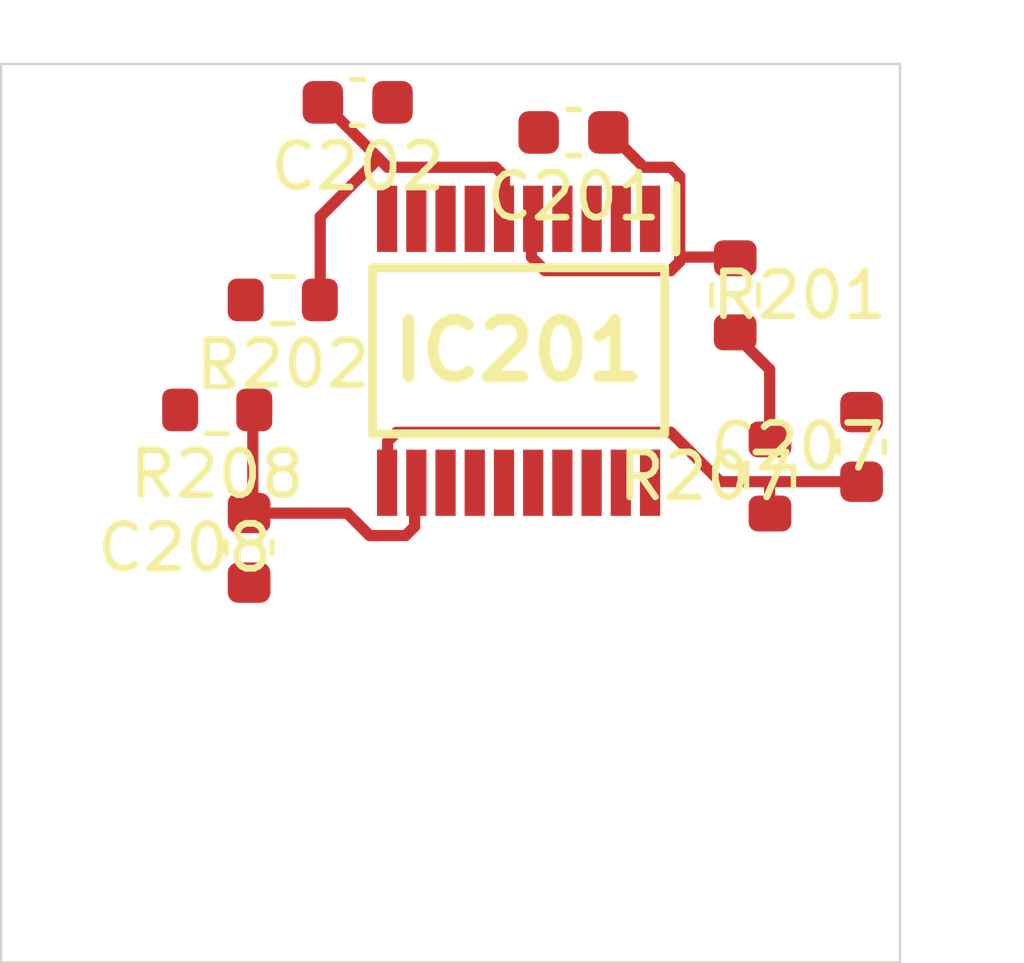
<source format=kicad_pcb>
 ( kicad_pcb  ( version 20171130 )
 ( host pcbnew 5.1.12-84ad8e8a86~92~ubuntu18.04.1 )
 ( general  ( thickness 1.6 )
 ( drawings 4 )
 ( tracks 0 )
 ( zones 0 )
 ( modules 9 )
 ( nets 19 )
)
 ( page A4 )
 ( layers  ( 0 F.Cu signal )
 ( 31 B.Cu signal )
 ( 32 B.Adhes user )
 ( 33 F.Adhes user )
 ( 34 B.Paste user )
 ( 35 F.Paste user )
 ( 36 B.SilkS user )
 ( 37 F.SilkS user )
 ( 38 B.Mask user )
 ( 39 F.Mask user )
 ( 40 Dwgs.User user )
 ( 41 Cmts.User user )
 ( 42 Eco1.User user )
 ( 43 Eco2.User user )
 ( 44 Edge.Cuts user )
 ( 45 Margin user )
 ( 46 B.CrtYd user )
 ( 47 F.CrtYd user )
 ( 48 B.Fab user )
 ( 49 F.Fab user )
)
 ( setup  ( last_trace_width 0.25 )
 ( trace_clearance 0.2 )
 ( zone_clearance 0.508 )
 ( zone_45_only no )
 ( trace_min 0.2 )
 ( via_size 0.8 )
 ( via_drill 0.4 )
 ( via_min_size 0.4 )
 ( via_min_drill 0.3 )
 ( uvia_size 0.3 )
 ( uvia_drill 0.1 )
 ( uvias_allowed no )
 ( uvia_min_size 0.2 )
 ( uvia_min_drill 0.1 )
 ( edge_width 0.05 )
 ( segment_width 0.2 )
 ( pcb_text_width 0.3 )
 ( pcb_text_size 1.5 1.5 )
 ( mod_edge_width 0.12 )
 ( mod_text_size 1 1 )
 ( mod_text_width 0.15 )
 ( pad_size 1.524 1.524 )
 ( pad_drill 0.762 )
 ( pad_to_mask_clearance 0 )
 ( aux_axis_origin 0 0 )
 ( visible_elements FFFFFF7F )
 ( pcbplotparams  ( layerselection 0x010fc_ffffffff )
 ( usegerberextensions false )
 ( usegerberattributes true )
 ( usegerberadvancedattributes true )
 ( creategerberjobfile true )
 ( excludeedgelayer true )
 ( linewidth 0.100000 )
 ( plotframeref false )
 ( viasonmask false )
 ( mode 1 )
 ( useauxorigin false )
 ( hpglpennumber 1 )
 ( hpglpenspeed 20 )
 ( hpglpendiameter 15.000000 )
 ( psnegative false )
 ( psa4output false )
 ( plotreference true )
 ( plotvalue true )
 ( plotinvisibletext false )
 ( padsonsilk false )
 ( subtractmaskfromsilk false )
 ( outputformat 1 )
 ( mirror false )
 ( drillshape 1 )
 ( scaleselection 1 )
 ( outputdirectory "" )
)
)
 ( net 0 "" )
 ( net 1 GND )
 ( net 2 /Sheet6235D886/ch0 )
 ( net 3 /Sheet6235D886/ch1 )
 ( net 4 /Sheet6235D886/ch2 )
 ( net 5 /Sheet6235D886/ch3 )
 ( net 6 /Sheet6235D886/ch4 )
 ( net 7 /Sheet6235D886/ch5 )
 ( net 8 /Sheet6235D886/ch6 )
 ( net 9 /Sheet6235D886/ch7 )
 ( net 10 VDD )
 ( net 11 VDDA )
 ( net 12 /Sheet6235D886/adc_csn )
 ( net 13 /Sheet6235D886/adc_sck )
 ( net 14 /Sheet6235D886/adc_sdi )
 ( net 15 /Sheet6235D886/adc_sdo )
 ( net 16 /Sheet6235D886/vp )
 ( net 17 /Sheet6248AD22/chn0 )
 ( net 18 /Sheet6248AD22/chn3 )
 ( net_class Default "This is the default net class."  ( clearance 0.2 )
 ( trace_width 0.25 )
 ( via_dia 0.8 )
 ( via_drill 0.4 )
 ( uvia_dia 0.3 )
 ( uvia_drill 0.1 )
 ( add_net /Sheet6235D886/adc_csn )
 ( add_net /Sheet6235D886/adc_sck )
 ( add_net /Sheet6235D886/adc_sdi )
 ( add_net /Sheet6235D886/adc_sdo )
 ( add_net /Sheet6235D886/ch0 )
 ( add_net /Sheet6235D886/ch1 )
 ( add_net /Sheet6235D886/ch2 )
 ( add_net /Sheet6235D886/ch3 )
 ( add_net /Sheet6235D886/ch4 )
 ( add_net /Sheet6235D886/ch5 )
 ( add_net /Sheet6235D886/ch6 )
 ( add_net /Sheet6235D886/ch7 )
 ( add_net /Sheet6235D886/vp )
 ( add_net /Sheet6248AD22/chn0 )
 ( add_net /Sheet6248AD22/chn3 )
 ( add_net GND )
 ( add_net VDD )
 ( add_net VDDA )
)
 ( module Capacitor_SMD:C_0603_1608Metric  ( layer F.Cu )
 ( tedit 5F68FEEE )
 ( tstamp 6234222D )
 ( at 92.735346 101.524821 180.000000 )
 ( descr "Capacitor SMD 0603 (1608 Metric), square (rectangular) end terminal, IPC_7351 nominal, (Body size source: IPC-SM-782 page 76, https://www.pcb-3d.com/wordpress/wp-content/uploads/ipc-sm-782a_amendment_1_and_2.pdf), generated with kicad-footprint-generator" )
 ( tags capacitor )
 ( path /6235D887/623691C5 )
 ( attr smd )
 ( fp_text reference C201  ( at 0 -1.43 )
 ( layer F.SilkS )
 ( effects  ( font  ( size 1 1 )
 ( thickness 0.15 )
)
)
)
 ( fp_text value 0.1uF  ( at 0 1.43 )
 ( layer F.Fab )
 ( effects  ( font  ( size 1 1 )
 ( thickness 0.15 )
)
)
)
 ( fp_line  ( start -0.8 0.4 )
 ( end -0.8 -0.4 )
 ( layer F.Fab )
 ( width 0.1 )
)
 ( fp_line  ( start -0.8 -0.4 )
 ( end 0.8 -0.4 )
 ( layer F.Fab )
 ( width 0.1 )
)
 ( fp_line  ( start 0.8 -0.4 )
 ( end 0.8 0.4 )
 ( layer F.Fab )
 ( width 0.1 )
)
 ( fp_line  ( start 0.8 0.4 )
 ( end -0.8 0.4 )
 ( layer F.Fab )
 ( width 0.1 )
)
 ( fp_line  ( start -0.14058 -0.51 )
 ( end 0.14058 -0.51 )
 ( layer F.SilkS )
 ( width 0.12 )
)
 ( fp_line  ( start -0.14058 0.51 )
 ( end 0.14058 0.51 )
 ( layer F.SilkS )
 ( width 0.12 )
)
 ( fp_line  ( start -1.48 0.73 )
 ( end -1.48 -0.73 )
 ( layer F.CrtYd )
 ( width 0.05 )
)
 ( fp_line  ( start -1.48 -0.73 )
 ( end 1.48 -0.73 )
 ( layer F.CrtYd )
 ( width 0.05 )
)
 ( fp_line  ( start 1.48 -0.73 )
 ( end 1.48 0.73 )
 ( layer F.CrtYd )
 ( width 0.05 )
)
 ( fp_line  ( start 1.48 0.73 )
 ( end -1.48 0.73 )
 ( layer F.CrtYd )
 ( width 0.05 )
)
 ( fp_text user %R  ( at 0 0 )
 ( layer F.Fab )
 ( effects  ( font  ( size 0.4 0.4 )
 ( thickness 0.06 )
)
)
)
 ( pad 2 smd roundrect  ( at 0.775 0 180.000000 )
 ( size 0.9 0.95 )
 ( layers F.Cu F.Mask F.Paste )
 ( roundrect_rratio 0.25 )
 ( net 1 GND )
)
 ( pad 1 smd roundrect  ( at -0.775 0 180.000000 )
 ( size 0.9 0.95 )
 ( layers F.Cu F.Mask F.Paste )
 ( roundrect_rratio 0.25 )
 ( net 2 /Sheet6235D886/ch0 )
)
 ( model ${KISYS3DMOD}/Capacitor_SMD.3dshapes/C_0603_1608Metric.wrl  ( at  ( xyz 0 0 0 )
)
 ( scale  ( xyz 1 1 1 )
)
 ( rotate  ( xyz 0 0 0 )
)
)
)
 ( module Capacitor_SMD:C_0603_1608Metric  ( layer F.Cu )
 ( tedit 5F68FEEE )
 ( tstamp 6234223E )
 ( at 87.933521 100.855000 180.000000 )
 ( descr "Capacitor SMD 0603 (1608 Metric), square (rectangular) end terminal, IPC_7351 nominal, (Body size source: IPC-SM-782 page 76, https://www.pcb-3d.com/wordpress/wp-content/uploads/ipc-sm-782a_amendment_1_and_2.pdf), generated with kicad-footprint-generator" )
 ( tags capacitor )
 ( path /6235D887/62369EE0 )
 ( attr smd )
 ( fp_text reference C202  ( at 0 -1.43 )
 ( layer F.SilkS )
 ( effects  ( font  ( size 1 1 )
 ( thickness 0.15 )
)
)
)
 ( fp_text value 0.1uF  ( at 0 1.43 )
 ( layer F.Fab )
 ( effects  ( font  ( size 1 1 )
 ( thickness 0.15 )
)
)
)
 ( fp_line  ( start 1.48 0.73 )
 ( end -1.48 0.73 )
 ( layer F.CrtYd )
 ( width 0.05 )
)
 ( fp_line  ( start 1.48 -0.73 )
 ( end 1.48 0.73 )
 ( layer F.CrtYd )
 ( width 0.05 )
)
 ( fp_line  ( start -1.48 -0.73 )
 ( end 1.48 -0.73 )
 ( layer F.CrtYd )
 ( width 0.05 )
)
 ( fp_line  ( start -1.48 0.73 )
 ( end -1.48 -0.73 )
 ( layer F.CrtYd )
 ( width 0.05 )
)
 ( fp_line  ( start -0.14058 0.51 )
 ( end 0.14058 0.51 )
 ( layer F.SilkS )
 ( width 0.12 )
)
 ( fp_line  ( start -0.14058 -0.51 )
 ( end 0.14058 -0.51 )
 ( layer F.SilkS )
 ( width 0.12 )
)
 ( fp_line  ( start 0.8 0.4 )
 ( end -0.8 0.4 )
 ( layer F.Fab )
 ( width 0.1 )
)
 ( fp_line  ( start 0.8 -0.4 )
 ( end 0.8 0.4 )
 ( layer F.Fab )
 ( width 0.1 )
)
 ( fp_line  ( start -0.8 -0.4 )
 ( end 0.8 -0.4 )
 ( layer F.Fab )
 ( width 0.1 )
)
 ( fp_line  ( start -0.8 0.4 )
 ( end -0.8 -0.4 )
 ( layer F.Fab )
 ( width 0.1 )
)
 ( fp_text user %R  ( at 0 0 )
 ( layer F.Fab )
 ( effects  ( font  ( size 0.4 0.4 )
 ( thickness 0.06 )
)
)
)
 ( pad 1 smd roundrect  ( at -0.775 0 180.000000 )
 ( size 0.9 0.95 )
 ( layers F.Cu F.Mask F.Paste )
 ( roundrect_rratio 0.25 )
 ( net 1 GND )
)
 ( pad 2 smd roundrect  ( at 0.775 0 180.000000 )
 ( size 0.9 0.95 )
 ( layers F.Cu F.Mask F.Paste )
 ( roundrect_rratio 0.25 )
 ( net 3 /Sheet6235D886/ch1 )
)
 ( model ${KISYS3DMOD}/Capacitor_SMD.3dshapes/C_0603_1608Metric.wrl  ( at  ( xyz 0 0 0 )
)
 ( scale  ( xyz 1 1 1 )
)
 ( rotate  ( xyz 0 0 0 )
)
)
)
 ( module Capacitor_SMD:C_0603_1608Metric  ( layer F.Cu )
 ( tedit 5F68FEEE )
 ( tstamp 62342293 )
 ( at 99.145000 108.526040 90.000000 )
 ( descr "Capacitor SMD 0603 (1608 Metric), square (rectangular) end terminal, IPC_7351 nominal, (Body size source: IPC-SM-782 page 76, https://www.pcb-3d.com/wordpress/wp-content/uploads/ipc-sm-782a_amendment_1_and_2.pdf), generated with kicad-footprint-generator" )
 ( tags capacitor )
 ( path /6235D887/6238B3FE )
 ( attr smd )
 ( fp_text reference C207  ( at 0 -1.43 )
 ( layer F.SilkS )
 ( effects  ( font  ( size 1 1 )
 ( thickness 0.15 )
)
)
)
 ( fp_text value 0.1uF  ( at 0 1.43 )
 ( layer F.Fab )
 ( effects  ( font  ( size 1 1 )
 ( thickness 0.15 )
)
)
)
 ( fp_line  ( start -0.8 0.4 )
 ( end -0.8 -0.4 )
 ( layer F.Fab )
 ( width 0.1 )
)
 ( fp_line  ( start -0.8 -0.4 )
 ( end 0.8 -0.4 )
 ( layer F.Fab )
 ( width 0.1 )
)
 ( fp_line  ( start 0.8 -0.4 )
 ( end 0.8 0.4 )
 ( layer F.Fab )
 ( width 0.1 )
)
 ( fp_line  ( start 0.8 0.4 )
 ( end -0.8 0.4 )
 ( layer F.Fab )
 ( width 0.1 )
)
 ( fp_line  ( start -0.14058 -0.51 )
 ( end 0.14058 -0.51 )
 ( layer F.SilkS )
 ( width 0.12 )
)
 ( fp_line  ( start -0.14058 0.51 )
 ( end 0.14058 0.51 )
 ( layer F.SilkS )
 ( width 0.12 )
)
 ( fp_line  ( start -1.48 0.73 )
 ( end -1.48 -0.73 )
 ( layer F.CrtYd )
 ( width 0.05 )
)
 ( fp_line  ( start -1.48 -0.73 )
 ( end 1.48 -0.73 )
 ( layer F.CrtYd )
 ( width 0.05 )
)
 ( fp_line  ( start 1.48 -0.73 )
 ( end 1.48 0.73 )
 ( layer F.CrtYd )
 ( width 0.05 )
)
 ( fp_line  ( start 1.48 0.73 )
 ( end -1.48 0.73 )
 ( layer F.CrtYd )
 ( width 0.05 )
)
 ( fp_text user %R  ( at 0 0 )
 ( layer F.Fab )
 ( effects  ( font  ( size 0.4 0.4 )
 ( thickness 0.06 )
)
)
)
 ( pad 2 smd roundrect  ( at 0.775 0 90.000000 )
 ( size 0.9 0.95 )
 ( layers F.Cu F.Mask F.Paste )
 ( roundrect_rratio 0.25 )
 ( net 1 GND )
)
 ( pad 1 smd roundrect  ( at -0.775 0 90.000000 )
 ( size 0.9 0.95 )
 ( layers F.Cu F.Mask F.Paste )
 ( roundrect_rratio 0.25 )
 ( net 8 /Sheet6235D886/ch6 )
)
 ( model ${KISYS3DMOD}/Capacitor_SMD.3dshapes/C_0603_1608Metric.wrl  ( at  ( xyz 0 0 0 )
)
 ( scale  ( xyz 1 1 1 )
)
 ( rotate  ( xyz 0 0 0 )
)
)
)
 ( module Capacitor_SMD:C_0603_1608Metric  ( layer F.Cu )
 ( tedit 5F68FEEE )
 ( tstamp 623422A4 )
 ( at 85.516975 110.772342 90.000000 )
 ( descr "Capacitor SMD 0603 (1608 Metric), square (rectangular) end terminal, IPC_7351 nominal, (Body size source: IPC-SM-782 page 76, https://www.pcb-3d.com/wordpress/wp-content/uploads/ipc-sm-782a_amendment_1_and_2.pdf), generated with kicad-footprint-generator" )
 ( tags capacitor )
 ( path /6235D887/6238B404 )
 ( attr smd )
 ( fp_text reference C208  ( at 0 -1.43 )
 ( layer F.SilkS )
 ( effects  ( font  ( size 1 1 )
 ( thickness 0.15 )
)
)
)
 ( fp_text value 0.1uF  ( at 0 1.43 )
 ( layer F.Fab )
 ( effects  ( font  ( size 1 1 )
 ( thickness 0.15 )
)
)
)
 ( fp_line  ( start 1.48 0.73 )
 ( end -1.48 0.73 )
 ( layer F.CrtYd )
 ( width 0.05 )
)
 ( fp_line  ( start 1.48 -0.73 )
 ( end 1.48 0.73 )
 ( layer F.CrtYd )
 ( width 0.05 )
)
 ( fp_line  ( start -1.48 -0.73 )
 ( end 1.48 -0.73 )
 ( layer F.CrtYd )
 ( width 0.05 )
)
 ( fp_line  ( start -1.48 0.73 )
 ( end -1.48 -0.73 )
 ( layer F.CrtYd )
 ( width 0.05 )
)
 ( fp_line  ( start -0.14058 0.51 )
 ( end 0.14058 0.51 )
 ( layer F.SilkS )
 ( width 0.12 )
)
 ( fp_line  ( start -0.14058 -0.51 )
 ( end 0.14058 -0.51 )
 ( layer F.SilkS )
 ( width 0.12 )
)
 ( fp_line  ( start 0.8 0.4 )
 ( end -0.8 0.4 )
 ( layer F.Fab )
 ( width 0.1 )
)
 ( fp_line  ( start 0.8 -0.4 )
 ( end 0.8 0.4 )
 ( layer F.Fab )
 ( width 0.1 )
)
 ( fp_line  ( start -0.8 -0.4 )
 ( end 0.8 -0.4 )
 ( layer F.Fab )
 ( width 0.1 )
)
 ( fp_line  ( start -0.8 0.4 )
 ( end -0.8 -0.4 )
 ( layer F.Fab )
 ( width 0.1 )
)
 ( fp_text user %R  ( at 0 0 )
 ( layer F.Fab )
 ( effects  ( font  ( size 0.4 0.4 )
 ( thickness 0.06 )
)
)
)
 ( pad 1 smd roundrect  ( at -0.775 0 90.000000 )
 ( size 0.9 0.95 )
 ( layers F.Cu F.Mask F.Paste )
 ( roundrect_rratio 0.25 )
 ( net 1 GND )
)
 ( pad 2 smd roundrect  ( at 0.775 0 90.000000 )
 ( size 0.9 0.95 )
 ( layers F.Cu F.Mask F.Paste )
 ( roundrect_rratio 0.25 )
 ( net 9 /Sheet6235D886/ch7 )
)
 ( model ${KISYS3DMOD}/Capacitor_SMD.3dshapes/C_0603_1608Metric.wrl  ( at  ( xyz 0 0 0 )
)
 ( scale  ( xyz 1 1 1 )
)
 ( rotate  ( xyz 0 0 0 )
)
)
)
 ( module MCP3564R-E_ST:SOP65P640X120-20N locked  ( layer F.Cu )
 ( tedit 623351C2 )
 ( tstamp 623423D6 )
 ( at 91.513300 106.386000 270.000000 )
 ( descr "20-Lead Plastic Thin Shrink Small Outline (ST) - 4.4mm body [TSSOP]" )
 ( tags "Integrated Circuit" )
 ( path /6235D887/6235E071 )
 ( attr smd )
 ( fp_text reference IC201  ( at 0 0 )
 ( layer F.SilkS )
 ( effects  ( font  ( size 1.27 1.27 )
 ( thickness 0.254 )
)
)
)
 ( fp_text value MCP3564R-E_ST  ( at 0 0 )
 ( layer F.SilkS )
hide  ( effects  ( font  ( size 1.27 1.27 )
 ( thickness 0.254 )
)
)
)
 ( fp_line  ( start -3.925 -3.55 )
 ( end 3.925 -3.55 )
 ( layer Dwgs.User )
 ( width 0.05 )
)
 ( fp_line  ( start 3.925 -3.55 )
 ( end 3.925 3.55 )
 ( layer Dwgs.User )
 ( width 0.05 )
)
 ( fp_line  ( start 3.925 3.55 )
 ( end -3.925 3.55 )
 ( layer Dwgs.User )
 ( width 0.05 )
)
 ( fp_line  ( start -3.925 3.55 )
 ( end -3.925 -3.55 )
 ( layer Dwgs.User )
 ( width 0.05 )
)
 ( fp_line  ( start -2.2 -3.25 )
 ( end 2.2 -3.25 )
 ( layer Dwgs.User )
 ( width 0.1 )
)
 ( fp_line  ( start 2.2 -3.25 )
 ( end 2.2 3.25 )
 ( layer Dwgs.User )
 ( width 0.1 )
)
 ( fp_line  ( start 2.2 3.25 )
 ( end -2.2 3.25 )
 ( layer Dwgs.User )
 ( width 0.1 )
)
 ( fp_line  ( start -2.2 3.25 )
 ( end -2.2 -3.25 )
 ( layer Dwgs.User )
 ( width 0.1 )
)
 ( fp_line  ( start -2.2 -2.6 )
 ( end -1.55 -3.25 )
 ( layer Dwgs.User )
 ( width 0.1 )
)
 ( fp_line  ( start -1.85 -3.25 )
 ( end 1.85 -3.25 )
 ( layer F.SilkS )
 ( width 0.2 )
)
 ( fp_line  ( start 1.85 -3.25 )
 ( end 1.85 3.25 )
 ( layer F.SilkS )
 ( width 0.2 )
)
 ( fp_line  ( start 1.85 3.25 )
 ( end -1.85 3.25 )
 ( layer F.SilkS )
 ( width 0.2 )
)
 ( fp_line  ( start -1.85 3.25 )
 ( end -1.85 -3.25 )
 ( layer F.SilkS )
 ( width 0.2 )
)
 ( fp_line  ( start -3.675 -3.5 )
 ( end -2.2 -3.5 )
 ( layer F.SilkS )
 ( width 0.2 )
)
 ( pad 1 smd rect  ( at -2.938 -2.925 )
 ( size 0.45 1.475 )
 ( layers F.Cu F.Mask F.Paste )
 ( net 11 VDDA )
)
 ( pad 2 smd rect  ( at -2.938 -2.275 )
 ( size 0.45 1.475 )
 ( layers F.Cu F.Mask F.Paste )
 ( net 1 GND )
)
 ( pad 3 smd rect  ( at -2.938 -1.625 )
 ( size 0.45 1.475 )
 ( layers F.Cu F.Mask F.Paste )
 ( net 1 GND )
)
 ( pad 4 smd rect  ( at -2.938 -0.975 )
 ( size 0.45 1.475 )
 ( layers F.Cu F.Mask F.Paste )
)
 ( pad 5 smd rect  ( at -2.938 -0.325 )
 ( size 0.45 1.475 )
 ( layers F.Cu F.Mask F.Paste )
 ( net 2 /Sheet6235D886/ch0 )
)
 ( pad 6 smd rect  ( at -2.938 0.325 )
 ( size 0.45 1.475 )
 ( layers F.Cu F.Mask F.Paste )
 ( net 3 /Sheet6235D886/ch1 )
)
 ( pad 7 smd rect  ( at -2.938 0.975 )
 ( size 0.45 1.475 )
 ( layers F.Cu F.Mask F.Paste )
 ( net 4 /Sheet6235D886/ch2 )
)
 ( pad 8 smd rect  ( at -2.938 1.625 )
 ( size 0.45 1.475 )
 ( layers F.Cu F.Mask F.Paste )
 ( net 5 /Sheet6235D886/ch3 )
)
 ( pad 9 smd rect  ( at -2.938 2.275 )
 ( size 0.45 1.475 )
 ( layers F.Cu F.Mask F.Paste )
 ( net 6 /Sheet6235D886/ch4 )
)
 ( pad 10 smd rect  ( at -2.938 2.925 )
 ( size 0.45 1.475 )
 ( layers F.Cu F.Mask F.Paste )
 ( net 7 /Sheet6235D886/ch5 )
)
 ( pad 11 smd rect  ( at 2.938 2.925 )
 ( size 0.45 1.475 )
 ( layers F.Cu F.Mask F.Paste )
 ( net 8 /Sheet6235D886/ch6 )
)
 ( pad 12 smd rect  ( at 2.938 2.275 )
 ( size 0.45 1.475 )
 ( layers F.Cu F.Mask F.Paste )
 ( net 9 /Sheet6235D886/ch7 )
)
 ( pad 13 smd rect  ( at 2.938 1.625 )
 ( size 0.45 1.475 )
 ( layers F.Cu F.Mask F.Paste )
 ( net 12 /Sheet6235D886/adc_csn )
)
 ( pad 14 smd rect  ( at 2.938 0.975 )
 ( size 0.45 1.475 )
 ( layers F.Cu F.Mask F.Paste )
 ( net 13 /Sheet6235D886/adc_sck )
)
 ( pad 15 smd rect  ( at 2.938 0.325 )
 ( size 0.45 1.475 )
 ( layers F.Cu F.Mask F.Paste )
 ( net 14 /Sheet6235D886/adc_sdi )
)
 ( pad 16 smd rect  ( at 2.938 -0.325 )
 ( size 0.45 1.475 )
 ( layers F.Cu F.Mask F.Paste )
 ( net 15 /Sheet6235D886/adc_sdo )
)
 ( pad 17 smd rect  ( at 2.938 -0.975 )
 ( size 0.45 1.475 )
 ( layers F.Cu F.Mask F.Paste )
)
 ( pad 18 smd rect  ( at 2.938 -1.625 )
 ( size 0.45 1.475 )
 ( layers F.Cu F.Mask F.Paste )
)
 ( pad 19 smd rect  ( at 2.938 -2.275 )
 ( size 0.45 1.475 )
 ( layers F.Cu F.Mask F.Paste )
 ( net 1 GND )
)
 ( pad 20 smd rect  ( at 2.938 -2.925 )
 ( size 0.45 1.475 )
 ( layers F.Cu F.Mask F.Paste )
 ( net 10 VDD )
)
)
 ( module Resistor_SMD:R_0603_1608Metric  ( layer F.Cu )
 ( tedit 5F68FEEE )
 ( tstamp 6234250D )
 ( at 96.333416 105.151158 270.000000 )
 ( descr "Resistor SMD 0603 (1608 Metric), square (rectangular) end terminal, IPC_7351 nominal, (Body size source: IPC-SM-782 page 72, https://www.pcb-3d.com/wordpress/wp-content/uploads/ipc-sm-782a_amendment_1_and_2.pdf), generated with kicad-footprint-generator" )
 ( tags resistor )
 ( path /6235D887/623641B7 )
 ( attr smd )
 ( fp_text reference R201  ( at 0 -1.43 )
 ( layer F.SilkS )
 ( effects  ( font  ( size 1 1 )
 ( thickness 0.15 )
)
)
)
 ( fp_text value 1k  ( at 0 1.43 )
 ( layer F.Fab )
 ( effects  ( font  ( size 1 1 )
 ( thickness 0.15 )
)
)
)
 ( fp_line  ( start -0.8 0.4125 )
 ( end -0.8 -0.4125 )
 ( layer F.Fab )
 ( width 0.1 )
)
 ( fp_line  ( start -0.8 -0.4125 )
 ( end 0.8 -0.4125 )
 ( layer F.Fab )
 ( width 0.1 )
)
 ( fp_line  ( start 0.8 -0.4125 )
 ( end 0.8 0.4125 )
 ( layer F.Fab )
 ( width 0.1 )
)
 ( fp_line  ( start 0.8 0.4125 )
 ( end -0.8 0.4125 )
 ( layer F.Fab )
 ( width 0.1 )
)
 ( fp_line  ( start -0.237258 -0.5225 )
 ( end 0.237258 -0.5225 )
 ( layer F.SilkS )
 ( width 0.12 )
)
 ( fp_line  ( start -0.237258 0.5225 )
 ( end 0.237258 0.5225 )
 ( layer F.SilkS )
 ( width 0.12 )
)
 ( fp_line  ( start -1.48 0.73 )
 ( end -1.48 -0.73 )
 ( layer F.CrtYd )
 ( width 0.05 )
)
 ( fp_line  ( start -1.48 -0.73 )
 ( end 1.48 -0.73 )
 ( layer F.CrtYd )
 ( width 0.05 )
)
 ( fp_line  ( start 1.48 -0.73 )
 ( end 1.48 0.73 )
 ( layer F.CrtYd )
 ( width 0.05 )
)
 ( fp_line  ( start 1.48 0.73 )
 ( end -1.48 0.73 )
 ( layer F.CrtYd )
 ( width 0.05 )
)
 ( fp_text user %R  ( at 0 0 )
 ( layer F.Fab )
 ( effects  ( font  ( size 0.4 0.4 )
 ( thickness 0.06 )
)
)
)
 ( pad 2 smd roundrect  ( at 0.825 0 270.000000 )
 ( size 0.8 0.95 )
 ( layers F.Cu F.Mask F.Paste )
 ( roundrect_rratio 0.25 )
 ( net 16 /Sheet6235D886/vp )
)
 ( pad 1 smd roundrect  ( at -0.825 0 270.000000 )
 ( size 0.8 0.95 )
 ( layers F.Cu F.Mask F.Paste )
 ( roundrect_rratio 0.25 )
 ( net 2 /Sheet6235D886/ch0 )
)
 ( model ${KISYS3DMOD}/Resistor_SMD.3dshapes/R_0603_1608Metric.wrl  ( at  ( xyz 0 0 0 )
)
 ( scale  ( xyz 1 1 1 )
)
 ( rotate  ( xyz 0 0 0 )
)
)
)
 ( module Resistor_SMD:R_0603_1608Metric  ( layer F.Cu )
 ( tedit 5F68FEEE )
 ( tstamp 6234251E )
 ( at 86.266485 105.253865 180.000000 )
 ( descr "Resistor SMD 0603 (1608 Metric), square (rectangular) end terminal, IPC_7351 nominal, (Body size source: IPC-SM-782 page 72, https://www.pcb-3d.com/wordpress/wp-content/uploads/ipc-sm-782a_amendment_1_and_2.pdf), generated with kicad-footprint-generator" )
 ( tags resistor )
 ( path /6235D887/6236A646 )
 ( attr smd )
 ( fp_text reference R202  ( at 0 -1.43 )
 ( layer F.SilkS )
 ( effects  ( font  ( size 1 1 )
 ( thickness 0.15 )
)
)
)
 ( fp_text value 1k  ( at 0 1.43 )
 ( layer F.Fab )
 ( effects  ( font  ( size 1 1 )
 ( thickness 0.15 )
)
)
)
 ( fp_line  ( start 1.48 0.73 )
 ( end -1.48 0.73 )
 ( layer F.CrtYd )
 ( width 0.05 )
)
 ( fp_line  ( start 1.48 -0.73 )
 ( end 1.48 0.73 )
 ( layer F.CrtYd )
 ( width 0.05 )
)
 ( fp_line  ( start -1.48 -0.73 )
 ( end 1.48 -0.73 )
 ( layer F.CrtYd )
 ( width 0.05 )
)
 ( fp_line  ( start -1.48 0.73 )
 ( end -1.48 -0.73 )
 ( layer F.CrtYd )
 ( width 0.05 )
)
 ( fp_line  ( start -0.237258 0.5225 )
 ( end 0.237258 0.5225 )
 ( layer F.SilkS )
 ( width 0.12 )
)
 ( fp_line  ( start -0.237258 -0.5225 )
 ( end 0.237258 -0.5225 )
 ( layer F.SilkS )
 ( width 0.12 )
)
 ( fp_line  ( start 0.8 0.4125 )
 ( end -0.8 0.4125 )
 ( layer F.Fab )
 ( width 0.1 )
)
 ( fp_line  ( start 0.8 -0.4125 )
 ( end 0.8 0.4125 )
 ( layer F.Fab )
 ( width 0.1 )
)
 ( fp_line  ( start -0.8 -0.4125 )
 ( end 0.8 -0.4125 )
 ( layer F.Fab )
 ( width 0.1 )
)
 ( fp_line  ( start -0.8 0.4125 )
 ( end -0.8 -0.4125 )
 ( layer F.Fab )
 ( width 0.1 )
)
 ( fp_text user %R  ( at 0 0 )
 ( layer F.Fab )
 ( effects  ( font  ( size 0.4 0.4 )
 ( thickness 0.06 )
)
)
)
 ( pad 1 smd roundrect  ( at -0.825 0 180.000000 )
 ( size 0.8 0.95 )
 ( layers F.Cu F.Mask F.Paste )
 ( roundrect_rratio 0.25 )
 ( net 3 /Sheet6235D886/ch1 )
)
 ( pad 2 smd roundrect  ( at 0.825 0 180.000000 )
 ( size 0.8 0.95 )
 ( layers F.Cu F.Mask F.Paste )
 ( roundrect_rratio 0.25 )
 ( net 17 /Sheet6248AD22/chn0 )
)
 ( model ${KISYS3DMOD}/Resistor_SMD.3dshapes/R_0603_1608Metric.wrl  ( at  ( xyz 0 0 0 )
)
 ( scale  ( xyz 1 1 1 )
)
 ( rotate  ( xyz 0 0 0 )
)
)
)
 ( module Resistor_SMD:R_0603_1608Metric  ( layer F.Cu )
 ( tedit 5F68FEEE )
 ( tstamp 62342573 )
 ( at 97.107430 109.183407 90.000000 )
 ( descr "Resistor SMD 0603 (1608 Metric), square (rectangular) end terminal, IPC_7351 nominal, (Body size source: IPC-SM-782 page 72, https://www.pcb-3d.com/wordpress/wp-content/uploads/ipc-sm-782a_amendment_1_and_2.pdf), generated with kicad-footprint-generator" )
 ( tags resistor )
 ( path /6235D887/6238B3F8 )
 ( attr smd )
 ( fp_text reference R207  ( at 0 -1.43 )
 ( layer F.SilkS )
 ( effects  ( font  ( size 1 1 )
 ( thickness 0.15 )
)
)
)
 ( fp_text value 1k  ( at 0 1.43 )
 ( layer F.Fab )
 ( effects  ( font  ( size 1 1 )
 ( thickness 0.15 )
)
)
)
 ( fp_line  ( start -0.8 0.4125 )
 ( end -0.8 -0.4125 )
 ( layer F.Fab )
 ( width 0.1 )
)
 ( fp_line  ( start -0.8 -0.4125 )
 ( end 0.8 -0.4125 )
 ( layer F.Fab )
 ( width 0.1 )
)
 ( fp_line  ( start 0.8 -0.4125 )
 ( end 0.8 0.4125 )
 ( layer F.Fab )
 ( width 0.1 )
)
 ( fp_line  ( start 0.8 0.4125 )
 ( end -0.8 0.4125 )
 ( layer F.Fab )
 ( width 0.1 )
)
 ( fp_line  ( start -0.237258 -0.5225 )
 ( end 0.237258 -0.5225 )
 ( layer F.SilkS )
 ( width 0.12 )
)
 ( fp_line  ( start -0.237258 0.5225 )
 ( end 0.237258 0.5225 )
 ( layer F.SilkS )
 ( width 0.12 )
)
 ( fp_line  ( start -1.48 0.73 )
 ( end -1.48 -0.73 )
 ( layer F.CrtYd )
 ( width 0.05 )
)
 ( fp_line  ( start -1.48 -0.73 )
 ( end 1.48 -0.73 )
 ( layer F.CrtYd )
 ( width 0.05 )
)
 ( fp_line  ( start 1.48 -0.73 )
 ( end 1.48 0.73 )
 ( layer F.CrtYd )
 ( width 0.05 )
)
 ( fp_line  ( start 1.48 0.73 )
 ( end -1.48 0.73 )
 ( layer F.CrtYd )
 ( width 0.05 )
)
 ( fp_text user %R  ( at 0 0 )
 ( layer F.Fab )
 ( effects  ( font  ( size 0.4 0.4 )
 ( thickness 0.06 )
)
)
)
 ( pad 2 smd roundrect  ( at 0.825 0 90.000000 )
 ( size 0.8 0.95 )
 ( layers F.Cu F.Mask F.Paste )
 ( roundrect_rratio 0.25 )
 ( net 16 /Sheet6235D886/vp )
)
 ( pad 1 smd roundrect  ( at -0.825 0 90.000000 )
 ( size 0.8 0.95 )
 ( layers F.Cu F.Mask F.Paste )
 ( roundrect_rratio 0.25 )
 ( net 8 /Sheet6235D886/ch6 )
)
 ( model ${KISYS3DMOD}/Resistor_SMD.3dshapes/R_0603_1608Metric.wrl  ( at  ( xyz 0 0 0 )
)
 ( scale  ( xyz 1 1 1 )
)
 ( rotate  ( xyz 0 0 0 )
)
)
)
 ( module Resistor_SMD:R_0603_1608Metric  ( layer F.Cu )
 ( tedit 5F68FEEE )
 ( tstamp 62342584 )
 ( at 84.808068 107.703301 180.000000 )
 ( descr "Resistor SMD 0603 (1608 Metric), square (rectangular) end terminal, IPC_7351 nominal, (Body size source: IPC-SM-782 page 72, https://www.pcb-3d.com/wordpress/wp-content/uploads/ipc-sm-782a_amendment_1_and_2.pdf), generated with kicad-footprint-generator" )
 ( tags resistor )
 ( path /6235D887/6238B40A )
 ( attr smd )
 ( fp_text reference R208  ( at 0 -1.43 )
 ( layer F.SilkS )
 ( effects  ( font  ( size 1 1 )
 ( thickness 0.15 )
)
)
)
 ( fp_text value 1k  ( at 0 1.43 )
 ( layer F.Fab )
 ( effects  ( font  ( size 1 1 )
 ( thickness 0.15 )
)
)
)
 ( fp_line  ( start 1.48 0.73 )
 ( end -1.48 0.73 )
 ( layer F.CrtYd )
 ( width 0.05 )
)
 ( fp_line  ( start 1.48 -0.73 )
 ( end 1.48 0.73 )
 ( layer F.CrtYd )
 ( width 0.05 )
)
 ( fp_line  ( start -1.48 -0.73 )
 ( end 1.48 -0.73 )
 ( layer F.CrtYd )
 ( width 0.05 )
)
 ( fp_line  ( start -1.48 0.73 )
 ( end -1.48 -0.73 )
 ( layer F.CrtYd )
 ( width 0.05 )
)
 ( fp_line  ( start -0.237258 0.5225 )
 ( end 0.237258 0.5225 )
 ( layer F.SilkS )
 ( width 0.12 )
)
 ( fp_line  ( start -0.237258 -0.5225 )
 ( end 0.237258 -0.5225 )
 ( layer F.SilkS )
 ( width 0.12 )
)
 ( fp_line  ( start 0.8 0.4125 )
 ( end -0.8 0.4125 )
 ( layer F.Fab )
 ( width 0.1 )
)
 ( fp_line  ( start 0.8 -0.4125 )
 ( end 0.8 0.4125 )
 ( layer F.Fab )
 ( width 0.1 )
)
 ( fp_line  ( start -0.8 -0.4125 )
 ( end 0.8 -0.4125 )
 ( layer F.Fab )
 ( width 0.1 )
)
 ( fp_line  ( start -0.8 0.4125 )
 ( end -0.8 -0.4125 )
 ( layer F.Fab )
 ( width 0.1 )
)
 ( fp_text user %R  ( at 0 0 )
 ( layer F.Fab )
 ( effects  ( font  ( size 0.4 0.4 )
 ( thickness 0.06 )
)
)
)
 ( pad 1 smd roundrect  ( at -0.825 0 180.000000 )
 ( size 0.8 0.95 )
 ( layers F.Cu F.Mask F.Paste )
 ( roundrect_rratio 0.25 )
 ( net 9 /Sheet6235D886/ch7 )
)
 ( pad 2 smd roundrect  ( at 0.825 0 180.000000 )
 ( size 0.8 0.95 )
 ( layers F.Cu F.Mask F.Paste )
 ( roundrect_rratio 0.25 )
 ( net 18 /Sheet6248AD22/chn3 )
)
 ( model ${KISYS3DMOD}/Resistor_SMD.3dshapes/R_0603_1608Metric.wrl  ( at  ( xyz 0 0 0 )
)
 ( scale  ( xyz 1 1 1 )
)
 ( rotate  ( xyz 0 0 0 )
)
)
)
 ( gr_line  ( start 100 100 )
 ( end 100 120 )
 ( layer Edge.Cuts )
 ( width 0.05 )
 ( tstamp 62E770C4 )
)
 ( gr_line  ( start 80 120 )
 ( end 100 120 )
 ( layer Edge.Cuts )
 ( width 0.05 )
 ( tstamp 62E770C0 )
)
 ( gr_line  ( start 80 100 )
 ( end 100 100 )
 ( layer Edge.Cuts )
 ( width 0.05 )
 ( tstamp 6234110C )
)
 ( gr_line  ( start 80 100 )
 ( end 80 120 )
 ( layer Edge.Cuts )
 ( width 0.05 )
)
 ( segment  ( start 91.800001 103.400002 )
 ( end 91.800001 104.300002 )
 ( width 0.250000 )
 ( layer F.Cu )
 ( net 2 )
)
 ( segment  ( start 91.800001 104.300002 )
 ( end 92.100001 104.600002 )
 ( width 0.250000 )
 ( layer F.Cu )
 ( net 2 )
)
 ( segment  ( start 92.100001 104.600002 )
 ( end 94.900001 104.600002 )
 ( width 0.250000 )
 ( layer F.Cu )
 ( net 2 )
)
 ( segment  ( start 94.900001 104.600002 )
 ( end 95.100001 104.400002 )
 ( width 0.250000 )
 ( layer F.Cu )
 ( net 2 )
)
 ( segment  ( start 95.100001 104.400002 )
 ( end 95.100001 102.500002 )
 ( width 0.250000 )
 ( layer F.Cu )
 ( net 2 )
)
 ( segment  ( start 95.100001 102.500002 )
 ( end 94.900001 102.300002 )
 ( width 0.250000 )
 ( layer F.Cu )
 ( net 2 )
)
 ( segment  ( start 94.900001 102.300002 )
 ( end 94.300001 102.300002 )
 ( width 0.250000 )
 ( layer F.Cu )
 ( net 2 )
)
 ( segment  ( start 94.300001 102.300002 )
 ( end 93.500001 101.500002 )
 ( width 0.250000 )
 ( layer F.Cu )
 ( net 2 )
)
 ( segment  ( start 96.300001 104.300002 )
 ( end 95.100001 104.300002 )
 ( width 0.250000 )
 ( layer F.Cu )
 ( net 2 )
)
 ( segment  ( start 91.200001 103.400002 )
 ( end 91.200001 102.500002 )
 ( width 0.250000 )
 ( layer F.Cu )
 ( net 3 )
)
 ( segment  ( start 91.200001 102.500002 )
 ( end 91.000001 102.300002 )
 ( width 0.250000 )
 ( layer F.Cu )
 ( net 3 )
)
 ( segment  ( start 91.000001 102.300002 )
 ( end 88.600001 102.300002 )
 ( width 0.250000 )
 ( layer F.Cu )
 ( net 3 )
)
 ( segment  ( start 88.600001 102.300002 )
 ( end 87.200001 100.900002 )
 ( width 0.250000 )
 ( layer F.Cu )
 ( net 3 )
)
 ( segment  ( start 87.100001 105.300002 )
 ( end 87.100001 103.400002 )
 ( width 0.250000 )
 ( layer F.Cu )
 ( net 3 )
)
 ( segment  ( start 87.100001 103.400002 )
 ( end 88.400001 102.100002 )
 ( width 0.250000 )
 ( layer F.Cu )
 ( net 3 )
)
 ( segment  ( start 88.600001 109.300002 )
 ( end 88.600001 108.400002 )
 ( width 0.250000 )
 ( layer F.Cu )
 ( net 8 )
)
 ( segment  ( start 88.600001 108.400002 )
 ( end 88.800001 108.200002 )
 ( width 0.250000 )
 ( layer F.Cu )
 ( net 8 )
)
 ( segment  ( start 88.800001 108.200002 )
 ( end 94.900001 108.200002 )
 ( width 0.250000 )
 ( layer F.Cu )
 ( net 8 )
)
 ( segment  ( start 94.900001 108.200002 )
 ( end 96.000001 109.300002 )
 ( width 0.250000 )
 ( layer F.Cu )
 ( net 8 )
)
 ( segment  ( start 96.000001 109.300002 )
 ( end 99.100001 109.300002 )
 ( width 0.250000 )
 ( layer F.Cu )
 ( net 8 )
)
 ( segment  ( start 97.100001 110.000002 )
 ( end 97.100001 109.300002 )
 ( width 0.250000 )
 ( layer F.Cu )
 ( net 8 )
)
 ( segment  ( start 89.200001 109.300002 )
 ( end 89.200001 110.300002 )
 ( width 0.250000 )
 ( layer F.Cu )
 ( net 9 )
)
 ( segment  ( start 89.200001 110.300002 )
 ( end 89.000001 110.500002 )
 ( width 0.250000 )
 ( layer F.Cu )
 ( net 9 )
)
 ( segment  ( start 89.000001 110.500002 )
 ( end 88.200001 110.500002 )
 ( width 0.250000 )
 ( layer F.Cu )
 ( net 9 )
)
 ( segment  ( start 88.200001 110.500002 )
 ( end 87.700001 110.000002 )
 ( width 0.250000 )
 ( layer F.Cu )
 ( net 9 )
)
 ( segment  ( start 87.700001 110.000002 )
 ( end 85.500001 110.000002 )
 ( width 0.250000 )
 ( layer F.Cu )
 ( net 9 )
)
 ( segment  ( start 85.600001 107.700002 )
 ( end 85.600001 110.000002 )
 ( width 0.250000 )
 ( layer F.Cu )
 ( net 9 )
)
 ( segment  ( start 97.100001 108.400002 )
 ( end 97.100001 106.800002 )
 ( width 0.250000 )
 ( layer F.Cu )
 ( net 16 )
)
 ( segment  ( start 97.100001 106.800002 )
 ( end 96.300001 106.000002 )
 ( width 0.250000 )
 ( layer F.Cu )
 ( net 16 )
)
)

</source>
